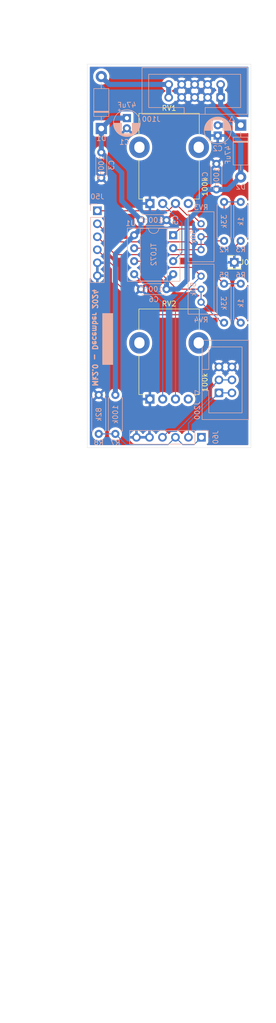
<source format=kicad_pcb>
(kicad_pcb (version 20240108) (generator "pcbnew") (generator_version "8.0")
  (title_block (rev "1") (company "DMH Instruments") (comment 1 "10cm Kosmo format synthesizer module PCB"))
  (layers (0 "F.Cu" signal) (31 "B.Cu" signal) (34 "B.Paste" user) (35 "F.Paste" user) (36 "B.SilkS" user "B.Silkscreen") (37 "F.SilkS" user "F.Silkscreen") (38 "B.Mask" user) (39 "F.Mask" user) (44 "Edge.Cuts" user))
  (net 0 "")
  (net 1 "+12V")
  (net 2 "GND")
  (net 3 "-12V")
  (net 4 "Net-(D1-A)")
  (net 5 "Net-(D2-K)")
  (net 6 "Net-(J60-Pin_1)")
  (net 7 "/Core Circuit/Att A Input")
  (net 8 "Net-(J200-Pin_2)")
  (net 9 "/Core Circuit/Att A Output")
  (net 10 "/Core Circuit/Att B Input")
  (net 11 "/Core Circuit/Att B Output")
  (net 12 "Net-(U1A--)")
  (net 13 "Net-(R2-Pad2)")
  (net 14 "Net-(U1B--)")
  (net 15 "Net-(R5-Pad2)")
  (net 16 "Net-(U1A-+)")
  (net 17 "Net-(U1B-+)")
  (net 18 "Net-(J200-Pin_1)")
  (footprint "SynthStuff:Potentiometer_TT_P110KH1" (layer "F.Cu") (at 80.5 69.75)
    (property "Reference" "RV1" (at 2.5 -18.65 0) (layer "F.SilkS"))
    (property "Value" "100k" (at 9.5 -3.25 90) (layer "F.SilkS"))
    (pad "" thru_hole oval (at -3.3 -11) (size 4 4.2) (drill oval 2 2.2) (layers "*.Cu" "*.Mask"))
    (pad "" thru_hole circle (at 6.25 0) (size 1.8 1.8) (drill 1) (layers "*.Cu" "*.Mask"))
    (pad "" thru_hole oval (at 8.3 -11) (size 4 4.2) (drill oval 2 2.2) (layers "*.Cu" "*.Mask"))
    (pad "1" thru_hole rect (at -1.25 0) (size 1.8 1.8) (drill 1) (layers "*.Cu" "*.Mask") (net 2 "GND"))
    (pad "2" thru_hole circle (at 1.25 0) (size 1.8 1.8) (drill 1) (layers "*.Cu" "*.Mask") (net 16 "Net-(U1A-+)"))
    (pad "3" thru_hole circle (at 3.75 0) (size 1.8 1.8) (drill 1) (layers "*.Cu" "*.Mask") (net 7 "/Core Circuit/Att A Input"))
  )
  (footprint "Connector_PinHeader_2.54mm:PinHeader_1x01_P2.54mm_Vertical" (layer "F.Cu") (at 95.75 81.25)
    (property "Reference" "J0" (at 2 0 0) (layer "F.SilkS"))
    (property "Value" "Conn_01x01" (hide yes))
    (pad "1" thru_hole rect (at 0 0) (size 1.7 1.7) (drill 1) (layers "*.Cu" "*.Mask") (net 2 "GND"))
  )
  (footprint "SynthStuff:Potentiometer_TT_P110KH1" (layer "F.Cu") (at 80.5 108)
    (property "Reference" "RV2" (at 2.5 -18.65 0) (layer "F.SilkS"))
    (property "Value" "100k" (at 9.5 -3.25 90) (layer "F.SilkS"))
    (pad "" thru_hole oval (at -3.3 -11) (size 4 4.2) (drill oval 2 2.2) (layers "*.Cu" "*.Mask"))
    (pad "" thru_hole circle (at 6.25 0) (size 1.8 1.8) (drill 1) (layers "*.Cu" "*.Mask"))
    (pad "" thru_hole oval (at 8.3 -11) (size 4 4.2) (drill oval 2 2.2) (layers "*.Cu" "*.Mask"))
    (pad "1" thru_hole rect (at -1.25 0) (size 1.8 1.8) (drill 1) (layers "*.Cu" "*.Mask") (net 2 "GND"))
    (pad "2" thru_hole circle (at 1.25 0) (size 1.8 1.8) (drill 1) (layers "*.Cu" "*.Mask") (net 17 "Net-(U1B-+)"))
    (pad "3" thru_hole circle (at 3.75 0) (size 1.8 1.8) (drill 1) (layers "*.Cu" "*.Mask") (net 10 "/Core Circuit/Att B Input"))
  )
  (footprint "Resistor_THT:R_Axial_DIN0207_L6.3mm_D2.5mm_P7.62mm_Horizontal" (layer "B.Cu") (at 72.5 114.81 90)
    (property "Reference" "R7" (at -1.69 0 180) (layer "B.SilkS") (effects (justify mirror)))
    (property "Value" "100k" (at 3.81 0 90) (layer "B.SilkS") (effects (justify mirror)))
    (pad "1" thru_hole circle (at 0 0 90) (size 1.6 1.6) (drill 0.8) (layers "*.Cu" "*.Mask") (net 6 "Net-(J60-Pin_1)"))
    (pad "2" thru_hole oval (at 7.62 0 90) (size 1.6 1.6) (drill 0.8) (layers "*.Cu" "*.Mask") (net 1 "+12V"))
  )
  (footprint "Capacitor_THT:C_Disc_D4.3mm_W1.9mm_P5.00mm" (layer "B.Cu") (at 77.5 86.5)
    (property "Reference" "C6" (at 2.5 2 0) (layer "B.SilkS") (effects (justify mirror)))
    (property "Value" "100nF" (at 2 0 0) (layer "B.SilkS") (effects (justify mirror)))
    (pad "1" thru_hole circle (at 0 0) (size 1.6 1.6) (drill 0.8) (layers "*.Cu" "*.Mask") (net 2 "GND"))
    (pad "2" thru_hole circle (at 5 0) (size 1.6 1.6) (drill 0.8) (layers "*.Cu" "*.Mask") (net 3 "-12V"))
  )
  (footprint "Package_DIP:DIP-8_W7.62mm_Socket" (layer "B.Cu") (at 83.8 75.95 180)
    (property "Reference" "U1" (at 8.3 2.33 0) (layer "B.SilkS") (effects (justify mirror)))
    (property "Value" "TL072" (at 3.81 -3.8 90) (layer "B.SilkS") (effects (justify mirror)))
    (pad "1" thru_hole rect (at 0 0 180) (size 1.6 1.6) (drill 0.8) (layers "*.Cu" "*.Mask") (net 13 "Net-(R2-Pad2)"))
    (pad "2" thru_hole oval (at 0 -2.54 180) (size 1.6 1.6) (drill 0.8) (layers "*.Cu" "*.Mask") (net 12 "Net-(U1A--)"))
    (pad "3" thru_hole oval (at 0 -5.08 180) (size 1.6 1.6) (drill 0.8) (layers "*.Cu" "*.Mask") (net 16 "Net-(U1A-+)"))
    (pad "4" thru_hole oval (at 0 -7.62 180) (size 1.6 1.6) (drill 0.8) (layers "*.Cu" "*.Mask") (net 3 "-12V"))
    (pad "5" thru_hole oval (at 7.62 -7.62 180) (size 1.6 1.6) (drill 0.8) (layers "*.Cu" "*.Mask") (net 17 "Net-(U1B-+)"))
    (pad "6" thru_hole oval (at 7.62 -5.08 180) (size 1.6 1.6) (drill 0.8) (layers "*.Cu" "*.Mask") (net 14 "Net-(U1B--)"))
    (pad "7" thru_hole oval (at 7.62 -2.54 180) (size 1.6 1.6) (drill 0.8) (layers "*.Cu" "*.Mask") (net 15 "Net-(R5-Pad2)"))
    (pad "8" thru_hole oval (at 7.62 0 180) (size 1.6 1.6) (drill 0.8) (layers "*.Cu" "*.Mask") (net 1 "+12V"))
  )
  (footprint "Resistor_THT:R_Axial_DIN0207_L6.3mm_D2.5mm_P7.62mm_Horizontal" (layer "B.Cu") (at 69.25 107.19 -90)
    (property "Reference" "R8" (at 9.31 0 180) (layer "B.SilkS") (effects (justify mirror)))
    (property "Value" "82k" (at 3.81 0 90) (layer "B.SilkS") (effects (justify mirror)))
    (pad "1" thru_hole circle (at 0 0 270) (size 1.6 1.6) (drill 0.8) (layers "*.Cu" "*.Mask") (net 2 "GND"))
    (pad "2" thru_hole oval (at 7.62 0 270) (size 1.6 1.6) (drill 0.8) (layers "*.Cu" "*.Mask") (net 6 "Net-(J60-Pin_1)"))
  )
  (footprint "Capacitor_THT:C_Disc_D4.3mm_W1.9mm_P5.00mm" (layer "B.Cu") (at 92.25 62 -90)
    (property "Reference" "C4" (at 2.5 2.2 90) (layer "B.SilkS") (effects (justify mirror)))
    (property "Value" "100nF" (at 3 0 90) (layer "B.SilkS") (effects (justify mirror)))
    (pad "1" thru_hole circle (at 0 0 270) (size 1.6 1.6) (drill 0.8) (layers "*.Cu" "*.Mask") (net 2 "GND"))
    (pad "2" thru_hole circle (at 5 0 270) (size 1.6 1.6) (drill 0.8) (layers "*.Cu" "*.Mask") (net 3 "-12V"))
  )
  (footprint "Resistor_THT:R_Axial_DIN0207_L6.3mm_D2.5mm_P7.62mm_Horizontal" (layer "B.Cu") (at 97 69.44 -90)
    (property "Reference" "R3" (at 9.31 0 180) (layer "B.SilkS") (effects (justify mirror)))
    (property "Value" "1k" (at 3.81 0 90) (layer "B.SilkS") (effects (justify mirror)))
    (pad "1" thru_hole circle (at 0 0 270) (size 1.6 1.6) (drill 0.8) (layers "*.Cu" "*.Mask") (net 13 "Net-(R2-Pad2)"))
    (pad "2" thru_hole oval (at 7.62 0 270) (size 1.6 1.6) (drill 0.8) (layers "*.Cu" "*.Mask") (net 9 "/Core Circuit/Att A Output"))
  )
  (footprint "Diode_THT:D_DO-41_SOD81_P10.16mm_Horizontal" (layer "B.Cu") (at 97 54.42 -90)
    (property "Reference" "D2" (at 12.08 0 180) (layer "B.SilkS") (effects (justify mirror)))
    (property "Value" "SB140-")
    (pad "1" thru_hole rect (at 0 0 270) (size 2.2 2.2) (drill 1.1) (layers "*.Cu" "*.Mask") (net 5 "Net-(D2-K)"))
    (pad "2" thru_hole oval (at 10.16 0 270) (size 2.2 2.2) (drill 1.1) (layers "*.Cu" "*.Mask") (net 3 "-12V"))
  )
  (footprint "Connector_PinSocket_2.54mm:PinSocket_1x06_P2.54mm_Vertical" (layer "B.Cu") (at 89.325 115.475 90)
    (property "Reference" "J60" (at 0 2.77 90) (layer "B.SilkS") (effects (justify mirror)))
    (property "Value" "Conn_01x06")
    (pad "1" thru_hole rect (at 0 0 90) (size 1.7 1.7) (drill 1) (layers "*.Cu" "*.Mask") (net 6 "Net-(J60-Pin_1)"))
    (pad "2" thru_hole oval (at 0 -2.54 90) (size 1.7 1.7) (drill 1) (layers "*.Cu" "*.Mask") (net 18 "Net-(J200-Pin_1)"))
    (pad "3" thru_hole oval (at 0 -5.08 90) (size 1.7 1.7) (drill 1) (layers "*.Cu" "*.Mask") (net 6 "Net-(J60-Pin_1)"))
    (pad "4" thru_hole oval (at 0 -7.62 90) (size 1.7 1.7) (drill 1) (layers "*.Cu" "*.Mask") (net 8 "Net-(J200-Pin_2)"))
    (pad "5" thru_hole oval (at 0 -10.16 90) (size 1.7 1.7) (drill 1) (layers "*.Cu" "*.Mask") (net 2 "GND"))
    (pad "6" thru_hole oval (at 0 -12.7 90) (size 1.7 1.7) (drill 1) (layers "*.Cu" "*.Mask") (net 2 "GND"))
  )
  (footprint "Potentiometer_THT:Potentiometer_Bourns_3296W_Vertical" (layer "B.Cu") (at 89.25 73.71 90)
    (property "Reference" "RV3" (at 3.21 0 180) (layer "B.SilkS") (effects (justify mirror)))
    (property "Value" "50k" (at -2.54 -1.5 90) (layer "B.SilkS") (effects (justify mirror)))
    (pad "1" thru_hole circle (at 0 0 90) (size 1.44 1.44) (drill 0.8) (layers "*.Cu" "*.Mask") (net 7 "/Core Circuit/Att A Input"))
    (pad "2" thru_hole circle (at -2.54 0 90) (size 1.44 1.44) (drill 0.8) (layers "*.Cu" "*.Mask") (net 12 "Net-(U1A--)"))
    (pad "3" thru_hole circle (at -5.08 0 90) (size 1.44 1.44) (drill 0.8) (layers "*.Cu" "*.Mask") (net 12 "Net-(U1A--)"))
  )
  (footprint "Resistor_THT:R_Axial_DIN0207_L6.3mm_D2.5mm_P7.62mm_Horizontal" (layer "B.Cu") (at 93.75 77.06 90)
    (property "Reference" "R2" (at -1.69 0 180) (layer "B.SilkS") (effects (justify mirror)))
    (property "Value" "33k" (at 3.81 0 90) (layer "B.SilkS") (effects (justify mirror)))
    (pad "1" thru_hole circle (at 0 0 90) (size 1.6 1.6) (drill 0.8) (layers "*.Cu" "*.Mask") (net 12 "Net-(U1A--)"))
    (pad "2" thru_hole oval (at 7.62 0 90) (size 1.6 1.6) (drill 0.8) (layers "*.Cu" "*.Mask") (net 13 "Net-(R2-Pad2)"))
  )
  (footprint "Connector_PinSocket_2.54mm:PinSocket_1x06_P2.54mm_Vertical" (layer "B.Cu") (at 68.975 71.175 180)
    (property "Reference" "J50" (at 0 2.77 0) (layer "B.SilkS") (effects (justify mirror)))
    (property "Value" "Conn_01x06")
    (pad "1" thru_hole rect (at 0 0 180) (size 1.7 1.7) (drill 1) (layers "*.Cu" "*.Mask") (net 7 "/Core Circuit/Att A Input"))
    (pad "2" thru_hole oval (at 0 -2.54 180) (size 1.7 1.7) (drill 1) (layers "*.Cu" "*.Mask") (net 9 "/Core Circuit/Att A Output"))
    (pad "3" thru_hole oval (at 0 -5.08 180) (size 1.7 1.7) (drill 1) (layers "*.Cu" "*.Mask") (net 10 "/Core Circuit/Att B Input"))
    (pad "4" thru_hole oval (at 0 -7.62 180) (size 1.7 1.7) (drill 1) (layers "*.Cu" "*.Mask") (net 11 "/Core Circuit/Att B Output"))
    (pad "5" thru_hole oval (at 0 -10.16 180) (size 1.7 1.7) (drill 1) (layers "*.Cu" "*.Mask") (net 2 "GND"))
    (pad "6" thru_hole oval (at 0 -12.7 180) (size 1.7 1.7) (drill 1) (layers "*.Cu" "*.Mask") (net 2 "GND"))
  )
  (footprint "Diode_THT:D_DO-41_SOD81_P10.16mm_Horizontal" (layer "B.Cu") (at 69.75 55.08 90)
    (property "Reference" "D1" (at -1.92 0 180) (layer "B.SilkS") (effects (justify mirror)))
    (property "Value" "SB140+")
    (pad "1" thru_hole rect (at 0 0 90) (size 2.2 2.2) (drill 1.1) (layers "*.Cu" "*.Mask") (net 1 "+12V"))
    (pad "2" thru_hole oval (at 10.16 0 90) (size 2.2 2.2) (drill 1.1) (layers "*.Cu" "*.Mask") (net 4 "Net-(D1-A)"))
  )
  (footprint "Potentiometer_THT:Potentiometer_Bourns_3296W_Vertical" (layer "B.Cu") (at 89.25 83.96 90)
    (property "Reference" "RV4" (at -8.54 0 180) (layer "B.SilkS") (effects (justify mirror)))
    (property "Value" "50k" (at -2.54 -1.5 90) (layer "B.SilkS") (effects (justify mirror)))
    (pad "1" thru_hole circle (at 0 0 90) (size 1.44 1.44) (drill 0.8) (layers "*.Cu" "*.Mask") (net 10 "/Core Circuit/Att B Input"))
    (pad "2" thru_hole circle (at -2.54 0 90) (size 1.44 1.44) (drill 0.8) (layers "*.Cu" "*.Mask") (net 14 "Net-(U1B--)"))
    (pad "3" thru_hole circle (at -5.08 0 90) (size 1.44 1.44) (drill 0.8) (layers "*.Cu" "*.Mask") (net 14 "Net-(U1B--)"))
  )
  (footprint "Capacitor_THT:CP_Radial_D5.0mm_P2.00mm" (layer "B.Cu") (at 92.5 56.455113 90)
    (property "Reference" "C2" (at -2.544887 0 180) (layer "B.SilkS") (effects (justify mirror)))
    (property "Value" "47uF" (at -3.794887 2 -90) (layer "B.SilkS") (effects (justify mirror)))
    (pad "1" thru_hole rect (at 0 0 90) (size 1.6 1.6) (drill 0.8) (layers "*.Cu" "*.Mask") (net 2 "GND"))
    (pad "2" thru_hole circle (at 2 0 90) (size 1.6 1.6) (drill 0.8) (layers "*.Cu" "*.Mask") (net 3 "-12V"))
  )
  (footprint "Resistor_THT:R_Axial_DIN0207_L6.3mm_D2.5mm_P7.62mm_Horizontal" (layer "B.Cu") (at 97 85.44 -90)
    (property "Reference" "R6" (at -1.69 0 180) (layer "B.SilkS") (effects (justify mirror)))
    (property "Value" "1k" (at 3.81 0 90) (layer "B.SilkS") (effects (justify mirror)))
    (pad "1" thru_hole circle (at 0 0 270) (size 1.6 1.6) (drill 0.8) (layers "*.Cu" "*.Mask") (net 15 "Net-(R5-Pad2)"))
    (pad "2" thru_hole oval (at 7.62 0 270) (size 1.6 1.6) (drill 0.8) (layers "*.Cu" "*.Mask") (net 11 "/Core Circuit/Att B Output"))
  )
  (footprint "Resistor_THT:R_Axial_DIN0207_L6.3mm_D2.5mm_P7.62mm_Horizontal" (layer "B.Cu") (at 93.75 93.06 90)
    (property "Reference" "R5" (at 9.31 0 0) (layer "B.SilkS") (effects (justify mirror)))
    (property "Value" "33k" (at 3.81 0 90) (layer "B.SilkS") (effects (justify mirror)))
    (pad "1" thru_hole circle (at 0 0 90) (size 1.6 1.6) (drill 0.8) (layers "*.Cu" "*.Mask") (net 14 "Net-(U1B--)"))
    (pad "2" thru_hole oval (at 7.62 0 90) (size 1.6 1.6) (drill 0.8) (layers "*.Cu" "*.Mask") (net 15 "Net-(R5-Pad2)"))
  )
  (footprint "Capacitor_THT:C_Disc_D4.3mm_W1.9mm_P5.00mm" (layer "B.Cu") (at 77.5 73)
    (property "Reference" "C5" (at 6.75 0 90) (layer "B.SilkS") (effects (justify mirror)))
    (property "Value" "100nF" (at 2 0 0) (layer "B.SilkS") (effects (justify mirror)))
    (pad "1" thru_hole circle (at 0 0) (size 1.6 1.6) (drill 0.8) (layers "*.Cu" "*.Mask") (net 1 "+12V"))
    (pad "2" thru_hole circle (at 5 0) (size 1.6 1.6) (drill 0.8) (layers "*.Cu" "*.Mask") (net 2 "GND"))
  )
  (footprint "Capacitor_THT:C_Disc_D4.3mm_W1.9mm_P5.00mm" (layer "B.Cu") (at 69.75 59.75 -90)
    (property "Reference" "C3" (at 2.5 -2 90) (layer "B.SilkS") (effects (justify mirror)))
    (property "Value" "100nF" (at 3 0 90) (layer "B.SilkS") (effects (justify mirror)))
    (pad "1" thru_hole circle (at 0 0 270) (size 1.6 1.6) (drill 0.8) (layers "*.Cu" "*.Mask") (net 1 "+12V"))
    (pad "2" thru_hole circle (at 5 0 270) (size 1.6 1.6) (drill 0.8) (layers "*.Cu" "*.Mask") (net 2 "GND"))
  )
  (footprint "SynthStuff:IDC-Header_2x05_P2.54mm_Vertical_Eurorack" (layer "B.Cu") (at 93.08 49.0025 90)
    (property "Reference" "J100" (at -4.2475 -13.58 0) (layer "B.SilkS") (effects (justify mirror)))
    (property "Value" "IDC_02x05")
    (pad "1a" thru_hole roundrect (at 0 0 90) (size 1.7 1.7) (drill 1) (layers "*.Cu" "*.Mask") (roundrect_rratio 0.147059) (net 5 "Net-(D2-K)"))
    (pad "1b" thru_hole circle (at 2.54 0 90) (size 1.7 1.7) (drill 1) (layers "*.Cu" "*.Mask") (net 5 "Net-(D2-K)"))
    (pad "2a" thru_hole circle (at 0 -2.54 90) (size 1.7 1.7) (drill 1) (layers "*.Cu" "*.Mask") (net 2 "GND"))
    (pad "2b" thru_hole circle (at 2.54 -2.54 90) (size 1.7 1.7) (drill 1) (layers "*.Cu" "*.Mask") (net 2 "GND"))
    (pad "3a" thru_hole circle (at 0 -5.08 90) (size 1.7 1.7) (drill 1) (layers "*.Cu" "*.Mask") (net 2 "GND"))
    (pad "3b" thru_hole circle (at 2.54 -5.08 90) (size 1.7 1.7) (drill 1) (layers "*.Cu" "*.Mask") (net 2 "GND"))
    (pad "4a" thru_hole circle (at 0 -7.62 90) (size 1.7 1.7) (drill 1) (layers "*.Cu" "*.Mask") (net 2 "GND"))
    (pad "4b" thru_hole circle (at 2.54 -7.62 90) (size 1.7 1.7) (drill 1) (layers "*.Cu" "*.Mask") (net 2 "GND"))
    (pad "5a" thru_hole circle (at 0 -10.16 90) (size 1.7 1.7) (drill 1) (layers "*.Cu" "*.Mask") (net 4 "Net-(D1-A)"))
    (pad "5b" thru_hole circle (at 2.54 -10.16 90) (size 1.7 1.7) (drill 1) (layers "*.Cu" "*.Mask") (net 4 "Net-(D1-A)"))
  )
  (footprint "Capacitor_THT:CP_Radial_D5.0mm_P2.00mm" (layer "B.Cu") (at 74.75 53.044888 -90)
    (property "Reference" "C1" (at 4.705112 0.5 180) (layer "B.SilkS") (effects (justify mirror)))
    (property "Value" "47uF" (at -2.544888 0 180) (layer "B.SilkS") (effects (justify mirror)))
    (pad "1" thru_hole rect (at 0 0 270) (size 1.6 1.6) (drill 0.8) (layers "*.Cu" "*.Mask") (net 1 "+12V"))
    (pad "2" thru_hole circle (at 2 0 270) (size 1.6 1.6) (drill 0.8) (layers "*.Cu" "*.Mask") (net 2 "GND"))
  )
  (footprint "SynthStuff:IDC-Header_2x03_P2.54mm_Vertical_BackBone" (layer "B.Cu") (at 92.7475 106.79)
    (property "Reference" "J200" (at -4.2475 3.455 90) (layer "B.SilkS") (effects (justify mirror)))
    (property "Value" "BackBone_Connector_6pin")
    (pad "1" thru_hole roundrect (at 0 0) (size 1.7 1.7) (drill 1) (layers "*.Cu" "*.Mask") (roundrect_rratio 0.147059) (net 18 "Net-(J200-Pin_1)"))
    (pad "2" thru_hole circle (at 0 -2.54) (size 1.7 1.7) (drill 1) (layers "*.Cu" "*.Mask") (net 8 "Net-(J200-Pin_2)"))
    (pad "3" thru_hole circle (at 0 -5.08) (size 1.7 1.7) (drill 1) (layers "*.Cu" "*.Mask") (net 2 "GND"))
    (pad "4" thru_hole circle (at 2.54 0) (size 1.7 1.7) (drill 1) (layers "*.Cu" "*.Mask") (net 18 "Net-(J200-Pin_1)"))
    (pad "5" thru_hole circle (at 2.54 -2.54) (size 1.7 1.7) (drill 1) (layers "*.Cu" "*.Mask") (net 8 "Net-(J200-Pin_2)"))
    (pad "6" thru_hole circle (at 2.54 -5.08) (size 1.7 1.7) (drill 1) (layers "*.Cu" "*.Mask") (net 2 "GND"))
  )
  (gr_rect (start 70 91.25) (end 72 101.25) (stroke (width 0.1)) (fill solid) (layer "B.SilkS"))
  (gr_rect (start 67 42.5) (end 99 117.5) (stroke (width 0.05)) (fill none) (layer "Edge.Cuts"))
  (gr_text "Mk2.0 - December 2024" (at 68.5 96 270) (layer "B.SilkS") (effects (font (size 1 1) (thickness 0.25) (bold yes)) (justify mirror)))
  (segment (start 69.75 55.08) (end 71.785112 53.044888) (width 1) (layer "B.Cu") (net 1))
  (segment (start 73.75 63.75) (end 73.75 69.25) (width 1) (layer "B.Cu") (net 1))
  (segment (start 69.75 59.75) (end 69.75 55.08) (width 1) (layer "B.Cu") (net 1))
  (segment (start 73.75 69.25) (end 77.5 73) (width 1) (layer "B.Cu") (net 1))
  (segment (start 76.18 75.95) (end 72.5 79.63) (width 1) (layer "B.Cu") (net 1))
  (segment (start 77.5 73) (end 77.5 74.63) (width 1) (layer "B.Cu") (net 1))
  (segment (start 71.785112 53.044888) (end 74.75 53.044888) (width 1) (layer "B.Cu") (net 1))
  (segment (start 69.75 59.75) (end 73.75 63.75) (width 1) (layer "B.Cu") (net 1))
  (segment (start 77.5 74.63) (end 76.18 75.95) (width 1) (layer "B.Cu") (net 1))
  (segment (start 72.5 79.63) (end 72.5 107.19) (width 1) (layer "B.Cu") (net 1))
  (segment (start 82.5 86.5) (end 82.5 84.87) (width 1) (layer "B.Cu") (net 3))
  (segment (start 82.5 84.87) (end 83.8 83.57) (width 1) (layer "B.Cu") (net 3))
  (segment (start 90.318679 67) (end 92.25 67) (width 1) (layer "B.Cu") (net 3))
  (segment (start 82.5 86.5) (end 84.75 86.5) (width 1) (layer "B.Cu") (net 3))
  (segment (start 88.75 71) (end 88.75 68.568679) (width 1) (layer "B.Cu") (net 3))
  (segment (start 97 64.58) (end 96.92 64.58) (width 1) (layer "B.Cu") (net 3))
  (segment (start 93.63137 54.455113) (end 97 57.823743) (width 1) (layer "B.Cu") (net 3))
  (segment (start 86.5 73.25) (end 88.75 71) (width 1) (layer "B.Cu") (net 3))
  (segment (start 92.5 54.455113) (end 93.63137 54.455113) (width 1) (layer "B.Cu") (net 3))
  (segment (start 84.75 86.5) (end 86.5 84.75) (width 1) (layer "B.Cu") (net 3))
  (segment (start 97 57.823743) (end 97 64.58) (width 1) (layer "B.Cu") (net 3))
  (segment (start 96.92 64.58) (end 94.5 67) (width 1) (layer "B.Cu") (net 3))
  (segment (start 86.5 84.75) (end 86.5 73.25) (width 1) (layer "B.Cu") (net 3))
  (segment (start 94.5 67) (end 92.25 67) (width 1) (layer "B.Cu") (net 3))
  (segment (start 88.75 68.568679) (end 90.318679 67) (width 1) (layer "B.Cu") (net 3))
  (segment (start 71.2925 46.4625) (end 69.75 44.92) (width 1) (layer "B.Cu") (net 4))
  (segment (start 82.92 46.4625) (end 71.2925 46.4625) (width 1) (layer "B.Cu") (net 4))
  (segment (start 82.92 46.4625) (end 82.92 49.0025) (width 1) (layer "B.Cu") (net 4))
  (segment (start 93.08 49.0025) (end 93.08 50.5) (width 1) (layer "B.Cu") (net 5))
  (segment (start 93.08 50.5) (end 97 54.42) (width 1) (layer "B.Cu") (net 5))
  (segment (start 93.08 49.0025) (end 93.08 46.4625) (width 1) (layer "B.Cu") (net 5))
  (segment (start 72.5 114.81) (end 74.59 116.9) (width 0.2) (layer "B.Cu") (net 6))
  (segment (start 87.9 116.9) (end 89.325 115.475) (width 0.2) (layer "B.Cu") (net 6))
  (segment (start 82.82 116.9) (end 84.245 115.475) (width 0.2) (layer "B.Cu") (net 6))
  (segment (start 69.25 114.81) (end 72.5 114.81) (width 0.2) (layer "B.Cu") (net 6))
  (segment (start 84.245 115.475) (end 85.67 116.9) (width 0.2) (layer "B.Cu") (net 6))
  (segment (start 85.67 116.9) (end 87.9 116.9) (width 0.2) (layer "B.Cu") (net 6))
  (segment (start 74.59 116.9) (end 82.82 116.9) (width 0.2) (layer "B.Cu") (net 6))
  (segment (start 84.25 69.75) (end 86.5 72) (width 0.2) (layer "F.Cu") (net 7))
  (segment (start 82.825 71.175) (end 68.975 71.175) (width 0.2) (layer "F.Cu") (net 7))
  (segment (start 87.54 72) (end 89.25 73.71) (width 0.2) (layer "F.Cu") (net 7))
  (segment (start 84.25 69.75) (end 82.825 71.175) (width 0.2) (layer "F.Cu") (net 7))
  (segment (start 86.5 72) (end 87.54 72) (width 0.2) (layer "F.Cu") (net 7))
  (segment (start 92.7475 104.25) (end 91.25 105.7475) (width 0.2) (layer "B.Cu") (net 8))
  (segment (start 91.25 105.7475) (end 91.25 107.5) (width 0.2) (layer "B.Cu") (net 8))
  (segment (start 82.855 114.325) (end 81.705 115.475) (width 0.2) (layer "B.Cu") (net 8))
  (segment (start 84.425 114.325) (end 82.855 114.325) (width 0.2) (layer "B.Cu") (net 8))
  (segment (start 95.2875 104.25) (end 92.7475 104.25) (width 0.2) (layer "B.Cu") (net 8))
  (segment (start 91.25 107.5) (end 84.425 114.325) (width 0.2) (layer "B.Cu") (net 8))
  (segment (start 87.5 77.75) (end 91 77.75) (width 0.2) (layer "F.Cu") (net 9))
  (segment (start 72.51 77.25) (end 87 77.25) (width 0.2) (layer "F.Cu") (net 9))
  (segment (start 95.31 78.75) (end 97 77.06) (width 0.2) (layer "F.Cu") (net 9))
  (segment (start 87 77.25) (end 87.5 77.75) (width 0.2) (layer "F.Cu") (net 9))
  (segment (start 92 78.75) (end 95.31 78.75) (width 0.2) (layer "F.Cu") (net 9))
  (segment (start 68.975 73.715) (end 72.51 77.25) (width 0.2) (layer "F.Cu") (net 9))
  (segment (start 91 77.75) (end 92 78.75) (width 0.2) (layer "F.Cu") (net 9))
  (segment (start 87.54 82.25) (end 89.25 83.96) (width 0.2) (layer "F.Cu") (net 10))
  (segment (start 79 79.75) (end 81.5 82.25) (width 0.2) (layer "F.Cu") (net 10))
  (segment (start 68.975 76.255) (end 72.47 79.75) (width 0.2) (layer "F.Cu") (net 10))
  (segment (start 81.5 82.25) (end 87.54 82.25) (width 0.2) (layer "F.Cu") (net 10))
  (segment (start 72.47 79.75) (end 79 79.75) (width 0.2) (layer "F.Cu") (net 10))
  (segment (start 89.25 83.96) (end 84.25 88.96) (width 0.2) (layer "B.Cu") (net 10))
  (segment (start 84.25 88.96) (end 84.25 108) (width 0.2) (layer "B.Cu") (net 10))
  (segment (start 72.43 84.93) (end 79 91.5) (width 0.2) (layer "F.Cu") (net 11))
  (segment (start 95.44 91.5) (end 97 93.06) (width 0.2) (layer "F.Cu") (net 11))
  (segment (start 68.975 78.795) (end 72.43 82.25) (width 0.2) (layer "F.Cu") (net 11))
  (segment (start 79 91.5) (end 95.44 91.5) (width 0.2) (layer "F.Cu") (net 11))
  (segment (start 72.43 82.25) (end 72.43 84.93) (width 0.2) (layer "F.Cu") (net 11))
  (segment (start 84.1 78.79) (end 83.8 78.49) (width 0.2) (layer "F.Cu") (net 12))
  (segment (start 89.25 78.79) (end 84.1 78.79) (width 0.2) (layer "F.Cu") (net 12))
  (segment (start 92.06 77.06) (end 93.75 77.06) (width 0.2) (layer "F.Cu") (net 12))
  (segment (start 89.25 76.25) (end 91.25 76.25) (width 0.2) (layer "F.Cu") (net 12))
  (segment (start 91.25 76.25) (end 92.06 77.06) (width 0.2) (layer "F.Cu") (net 12))
  (segment (start 89.25 78.79) (end 89.25 76.25) (width 0.2) (layer "B.Cu") (net 12))
  (segment (start 83.8 75.95) (end 85.02 74.73) (width 0.2) (layer "F.Cu") (net 13))
  (segment (start 91.02 74.73) (end 93.75 72) (width 0.2) (layer "F.Cu") (net 13))
  (segment (start 93.75 72) (end 93.75 69.44) (width 0.2) (layer "F.Cu") (net 13))
  (segment (start 85.02 74.73) (end 91.02 74.73) (width 0.2) (layer "F.Cu") (net 13))
  (segment (start 93.75 69.44) (end 97 69.44) (width 0.2) (layer "B.Cu") (net 13))
  (segment (start 76.18 81.03) (end 79.03 81.03) (width 0.2) (layer "F.Cu") (net 14))
  (segment (start 84.5 86.5) (end 89.25 86.5) (width 0.2) (layer "F.Cu") (net 14))
  (segment (start 79.03 81.03) (end 84.5 86.5) (width 0.2) (layer "F.Cu") (net 14))
  (segment (start 89.25 86.5) (end 89.25 89.04) (width 0.2) (layer "B.Cu") (net 14))
  (segment (start 93.27 93.06) (end 93.75 93.06) (width 0.2) (layer "B.Cu") (net 14))
  (segment (start 89.25 89.04) (end 93.27 93.06) (width 0.2) (layer "B.Cu") (net 14))
  (segment (start 93.69 85.44) (end 93.75 85.44) (width 0.2) (layer "F.Cu") (net 15))
  (segment (start 88 79.75) (end 93.69 85.44) (width 0.2) (layer "F.Cu") (net 15))
  (segment (start 76.18 78.49) (end 78.99 78.49) (width 0.2) (layer "F.Cu") (net 15))
  (segment (start 78.99 78.49) (end 80.25 79.75) (width 0.2) (layer "F.Cu") (net 15))
  (segment (start 80.25 79.75) (end 88 79.75) (width 0.2) (layer "F.Cu") (net 15))
  (segment (start 93.75 85.44) (end 97 85.44) (width 0.2) (layer "B.Cu") (net 15))
  (segment (start 85.5 79.33) (end 83.8 81.03) (width 0.2) (layer "B.Cu") (net 16))
  (segment (start 85.5 73.5) (end 85.5 79.33) (width 0.2) (layer "B.Cu") (net 16))
  (segment (start 81.75 69.75) (end 85.5 73.5) (width 0.2) (layer "B.Cu") (net 16))
  (segment (start 81.75 89.14) (end 81.75 108) (width 0.2) (layer "B.Cu") (net 17))
  (segment (start 76.18 83.57) (end 81.75 89.14) (width 0.2) (layer "B.Cu") (net 17))
  (segment (start 95.2875 106.79) (end 92.7475 106.79) (width 0.2) (layer "B.Cu") (net 18))
  (segment (start 92.71 106.79) (end 86.785 112.715) (width 0.2) (layer "B.Cu") (net 18))
  (segment (start 86.785 112.715) (end 86.785 115.475) (width 0.2) (layer "B.Cu") (net 18))
  (segment (start 92.7475 106.79) (end 92.71 106.79) (width 0.2) (layer "B.Cu") (net 18))
  (zone (net 2) (net_name "GND") (layers "F&B.Cu") (name "Ground_planes") (connect_pads (clearance 0.5)) (min_thickness 0.25) (fill yes (thermal_gap 0.5) (thermal_bridge_width 0.5))
    (polygon (pts (xy 67 42.5) (xy 99 42.5) (xy 99 117.5) (xy 67 117.5)))
  )
)
</source>
